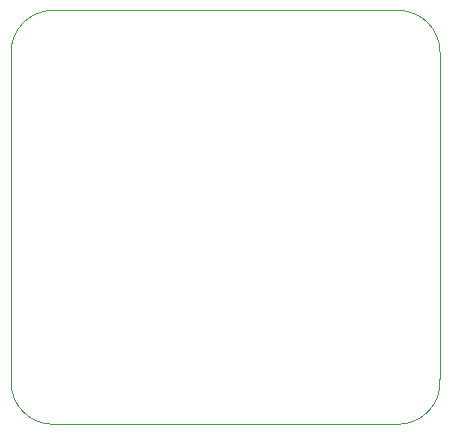
<source format=gbr>
%TF.GenerationSoftware,KiCad,Pcbnew,5.1.9*%
%TF.CreationDate,2021-02-14T15:49:58+01:00*%
%TF.ProjectId,test,74657374-2e6b-4696-9361-645f70636258,rev?*%
%TF.SameCoordinates,Original*%
%TF.FileFunction,Profile,NP*%
%FSLAX46Y46*%
G04 Gerber Fmt 4.6, Leading zero omitted, Abs format (unit mm)*
G04 Created by KiCad (PCBNEW 5.1.9) date 2021-02-14 15:49:58*
%MOMM*%
%LPD*%
G01*
G04 APERTURE LIST*
%TA.AperFunction,Profile*%
%ADD10C,0.050000*%
%TD*%
G04 APERTURE END LIST*
D10*
X18288000Y-20320000D02*
G75*
G02*
X21844000Y-16764000I3556000J0D01*
G01*
X51054000Y-16764000D02*
G75*
G02*
X54610000Y-20320000I0J-3556000D01*
G01*
X54600963Y-48006645D02*
G75*
G02*
X51054000Y-51816000I-3546963J-253355D01*
G01*
X21844000Y-51816000D02*
G75*
G02*
X18288000Y-48260000I0J3556000D01*
G01*
X21844000Y-16764000D02*
X21844000Y-16764000D01*
X18288000Y-48260000D02*
X18288000Y-20320000D01*
X51054000Y-51816000D02*
X21844000Y-51816000D01*
X54610000Y-20320000D02*
X54600963Y-48006645D01*
X21844000Y-16764000D02*
X51054000Y-16764000D01*
M02*

</source>
